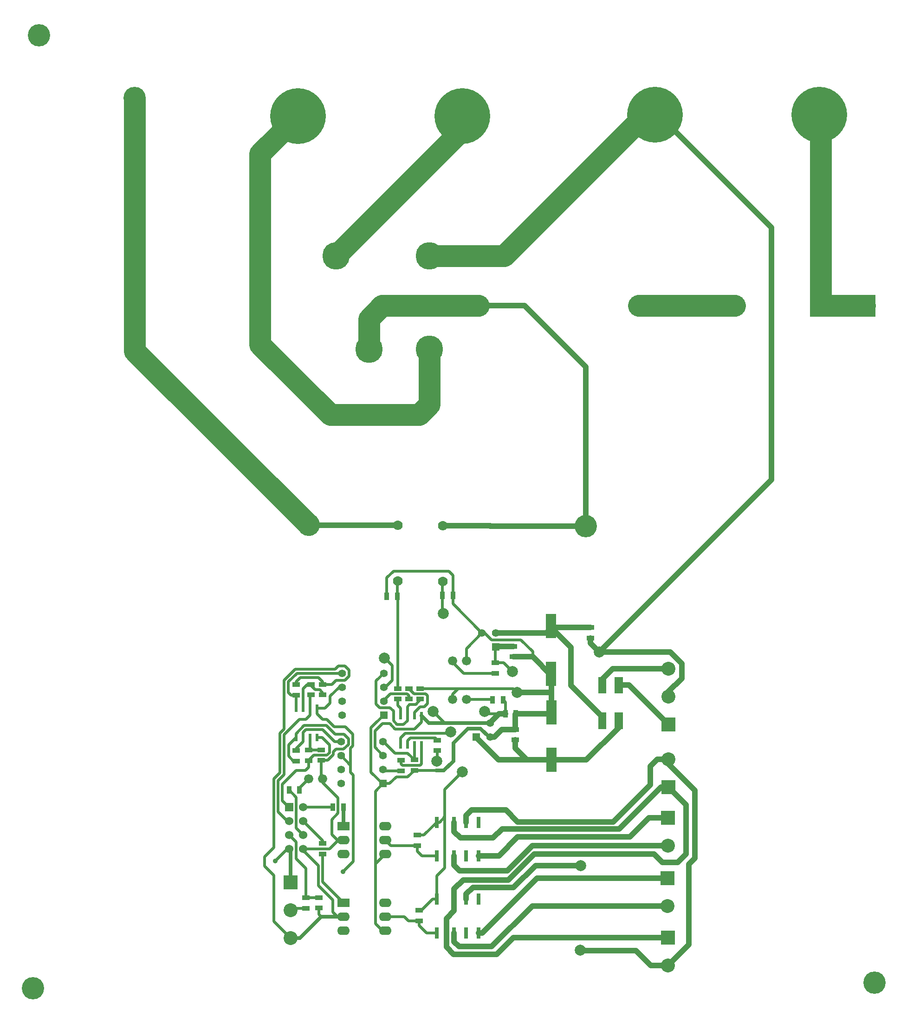
<source format=gbl>
G04 (created by PCBNEW (2013-mar-13)-testing) date Tue 16 Apr 2013 12:09:55 PM ART*
%MOIN*%
G04 Gerber Fmt 3.4, Leading zero omitted, Abs format*
%FSLAX34Y34*%
G01*
G70*
G90*
G04 APERTURE LIST*
%ADD10C,2.3622e-06*%
%ADD11C,0.1181*%
%ADD12C,0.16*%
%ADD13R,0.055X0.055*%
%ADD14C,0.055*%
%ADD15R,0.0236X0.0551*%
%ADD16R,0.055X0.035*%
%ADD17R,0.035X0.055*%
%ADD18R,0.0314X0.081*%
%ADD19C,0.07*%
%ADD20R,0.09X0.062*%
%ADD21O,0.09X0.062*%
%ADD22C,0.19685*%
%ADD23R,0.1X0.1*%
%ADD24C,0.1*%
%ADD25R,0.0748X0.1732*%
%ADD26R,0.06X0.06*%
%ADD27C,0.06*%
%ADD28C,0.4*%
%ADD29C,0.066*%
%ADD30C,0.035*%
%ADD31C,0.0787*%
%ADD32C,0.0197*%
%ADD33C,0.0276*%
%ADD34C,0.0394*%
%ADD35C,0.15748*%
G04 APERTURE END LIST*
G54D10*
G54D11*
X72550Y-56400D03*
X84050Y-56400D03*
G54D12*
X40550Y-105400D03*
X101000Y-105000D03*
G54D13*
X73812Y-80887D03*
G54D14*
X73812Y-79887D03*
X72812Y-79887D03*
G54D13*
X72387Y-87362D03*
G54D14*
X73387Y-87362D03*
X73387Y-86362D03*
G54D15*
X68450Y-85825D03*
X68450Y-87925D03*
X67950Y-85825D03*
X67450Y-85825D03*
X66950Y-85825D03*
X67950Y-87925D03*
X67450Y-87925D03*
X66950Y-87925D03*
X60950Y-85300D03*
X60950Y-87400D03*
X60450Y-85300D03*
X59950Y-85300D03*
X59450Y-85300D03*
X60450Y-87400D03*
X59950Y-87400D03*
X59450Y-87400D03*
G54D16*
X80587Y-79487D03*
X80587Y-80237D03*
G54D17*
X66725Y-77250D03*
X65975Y-77250D03*
G54D16*
X60175Y-98900D03*
X60175Y-99650D03*
X61100Y-99625D03*
X61100Y-98875D03*
X67950Y-89750D03*
X67950Y-89000D03*
X68375Y-83875D03*
X68375Y-84625D03*
X59450Y-89075D03*
X59450Y-88325D03*
G54D17*
X74325Y-84675D03*
X73575Y-84675D03*
X58950Y-91150D03*
X59700Y-91150D03*
G54D16*
X59450Y-83600D03*
X59450Y-84350D03*
G54D17*
X69975Y-77200D03*
X70725Y-77200D03*
G54D16*
X75062Y-80837D03*
X75062Y-81587D03*
X73750Y-82025D03*
X73750Y-82775D03*
G54D17*
X74487Y-85687D03*
X75237Y-85687D03*
G54D16*
X67550Y-83875D03*
X67550Y-84625D03*
X67000Y-89025D03*
X67000Y-89775D03*
X60350Y-88300D03*
X60350Y-89050D03*
X61250Y-89025D03*
X61250Y-88275D03*
X60525Y-83575D03*
X60525Y-84325D03*
G54D17*
X62850Y-92375D03*
X62100Y-92375D03*
G54D16*
X68150Y-95150D03*
X68150Y-94400D03*
X61375Y-83575D03*
X61375Y-84325D03*
X61375Y-95750D03*
X61375Y-95000D03*
G54D18*
X69550Y-93467D03*
X70810Y-93467D03*
X71675Y-93467D03*
X72550Y-93467D03*
X72550Y-95883D03*
X71675Y-95883D03*
X70810Y-95883D03*
X69550Y-95883D03*
X69550Y-98992D03*
X70810Y-98992D03*
X71675Y-98992D03*
X72550Y-98992D03*
X72550Y-101408D03*
X71675Y-101408D03*
X70810Y-101408D03*
X69550Y-101408D03*
G54D19*
X70000Y-72200D03*
X70000Y-76200D03*
X66750Y-72150D03*
X66750Y-76150D03*
G54D10*
G36*
X86119Y-57187D02*
X86119Y-55612D01*
X87694Y-55612D01*
X87694Y-57187D01*
X86119Y-57187D01*
X86119Y-57187D01*
G37*
G36*
X99505Y-57187D02*
X99505Y-55612D01*
X101080Y-55612D01*
X101080Y-57187D01*
X99505Y-57187D01*
X99505Y-57187D01*
G37*
G36*
X89269Y-57187D02*
X89269Y-55612D01*
X90844Y-55612D01*
X90844Y-57187D01*
X89269Y-57187D01*
X89269Y-57187D01*
G37*
G36*
X96355Y-57187D02*
X96355Y-55612D01*
X97930Y-55612D01*
X97930Y-57187D01*
X96355Y-57187D01*
X96355Y-57187D01*
G37*
G54D20*
X62875Y-99250D03*
G54D21*
X62875Y-100250D03*
X62875Y-101250D03*
X65875Y-101250D03*
X65875Y-100250D03*
X65875Y-99250D03*
G54D20*
X62850Y-93750D03*
G54D21*
X62850Y-94750D03*
X62850Y-95750D03*
X65850Y-95750D03*
X65850Y-94750D03*
X65850Y-93750D03*
G54D22*
X62331Y-52825D03*
X69024Y-52825D03*
X69024Y-59518D03*
X64693Y-59518D03*
G54D10*
G36*
X81742Y-83040D02*
X81742Y-84221D01*
X81151Y-84221D01*
X81151Y-83040D01*
X81742Y-83040D01*
X81742Y-83040D01*
G37*
G36*
X82923Y-83040D02*
X82923Y-84221D01*
X82332Y-84221D01*
X82332Y-83040D01*
X82923Y-83040D01*
X82923Y-83040D01*
G37*
G36*
X82923Y-85599D02*
X82923Y-86781D01*
X82332Y-86781D01*
X82332Y-85599D01*
X82923Y-85599D01*
X82923Y-85599D01*
G37*
G36*
X81742Y-85599D02*
X81742Y-86781D01*
X81151Y-86781D01*
X81151Y-85599D01*
X81742Y-85599D01*
X81742Y-85599D01*
G37*
G54D23*
X86212Y-86462D03*
G54D24*
X86212Y-84462D03*
X86212Y-82462D03*
G54D23*
X59075Y-97800D03*
G54D24*
X59075Y-99800D03*
X59075Y-101800D03*
G54D23*
X86175Y-93150D03*
G54D24*
X86175Y-95150D03*
G54D23*
X86125Y-97475D03*
G54D24*
X86125Y-99475D03*
G54D23*
X86175Y-101750D03*
G54D24*
X86175Y-103750D03*
G54D12*
X60350Y-72125D03*
X80255Y-72205D03*
G54D25*
X77787Y-88994D03*
X77787Y-85569D03*
X77776Y-82808D03*
X77776Y-79383D03*
G54D16*
X75212Y-87562D03*
X75212Y-86812D03*
G54D13*
X65750Y-85775D03*
G54D14*
X65750Y-84775D03*
X65750Y-83775D03*
X65750Y-82775D03*
X62750Y-82775D03*
X62750Y-83775D03*
X62750Y-84775D03*
X62750Y-85775D03*
G54D13*
X65700Y-90700D03*
G54D14*
X65700Y-89700D03*
X65700Y-88700D03*
X65700Y-87700D03*
X62700Y-87700D03*
X62700Y-88700D03*
X62700Y-89700D03*
X62700Y-90700D03*
G54D26*
X58975Y-92375D03*
G54D27*
X59975Y-92375D03*
X58975Y-93375D03*
X59975Y-93375D03*
X58975Y-94375D03*
X59975Y-94375D03*
X58975Y-95375D03*
X59975Y-95375D03*
G54D28*
X59600Y-42775D03*
X71400Y-42775D03*
X97025Y-42700D03*
X85225Y-42700D03*
G54D12*
X47875Y-41475D03*
G54D16*
X68300Y-100550D03*
X68300Y-99800D03*
G54D23*
X86200Y-90950D03*
G54D24*
X86200Y-88950D03*
G54D16*
X69600Y-88325D03*
X69600Y-87575D03*
X66750Y-83875D03*
X66750Y-84625D03*
G54D12*
X41000Y-37000D03*
G54D29*
X71690Y-84645D03*
X70690Y-84645D03*
X71685Y-81895D03*
X70685Y-81895D03*
X60370Y-90350D03*
X61370Y-90350D03*
G54D30*
X62835Y-97005D03*
X57975Y-96240D03*
G54D31*
X73000Y-85525D03*
X71400Y-89850D03*
X69300Y-85525D03*
X65800Y-81700D03*
X70550Y-87000D03*
X75000Y-82650D03*
X79875Y-102650D03*
X79900Y-96575D03*
X75337Y-84162D03*
X81237Y-81262D03*
X70025Y-78475D03*
X69550Y-89075D03*
G54D32*
X58975Y-95375D02*
X58840Y-95375D01*
X63375Y-89890D02*
X63375Y-89375D01*
X63555Y-90070D02*
X63375Y-89890D01*
X63555Y-96285D02*
X63555Y-90070D01*
X62835Y-97005D02*
X63555Y-96285D01*
X58840Y-95375D02*
X57975Y-96240D01*
X62600Y-86625D02*
X62200Y-86625D01*
X60950Y-85700D02*
X60950Y-85300D01*
X61350Y-86100D02*
X60950Y-85700D01*
X61675Y-86100D02*
X61350Y-86100D01*
X62200Y-86625D02*
X61675Y-86100D01*
X63375Y-89375D02*
X63375Y-88145D01*
X63375Y-88145D02*
X63522Y-87998D01*
X63522Y-87998D02*
X63522Y-87147D01*
X63522Y-87147D02*
X63000Y-86625D01*
X63000Y-86625D02*
X62600Y-86625D01*
X62600Y-86625D02*
X62550Y-86625D01*
X63375Y-89375D02*
X62700Y-88700D01*
X62750Y-83775D02*
X62550Y-83775D01*
X62550Y-83775D02*
X61902Y-84422D01*
X61902Y-84422D02*
X61902Y-84922D01*
X61902Y-84922D02*
X61525Y-85300D01*
X61525Y-85300D02*
X60950Y-85300D01*
G54D33*
X59075Y-97800D02*
X59075Y-95475D01*
X59075Y-95475D02*
X58975Y-95375D01*
G54D32*
X70125Y-93100D02*
X70125Y-91125D01*
X73162Y-85687D02*
X74037Y-85687D01*
X73000Y-85525D02*
X73162Y-85687D01*
X70125Y-91125D02*
X71400Y-89850D01*
X65750Y-83775D02*
X65850Y-83775D01*
X70137Y-86362D02*
X70662Y-86362D01*
X69300Y-85525D02*
X70137Y-86362D01*
X65825Y-81700D02*
X65800Y-81700D01*
X66350Y-82225D02*
X65825Y-81700D01*
X66350Y-83275D02*
X66350Y-82225D01*
X65850Y-83775D02*
X66350Y-83275D01*
X69550Y-93467D02*
X69758Y-93467D01*
X70075Y-93125D02*
X70100Y-93125D01*
X70100Y-93125D02*
X70125Y-93125D01*
X70100Y-93100D02*
X70075Y-93125D01*
X70125Y-93100D02*
X70100Y-93100D01*
X69758Y-93467D02*
X70125Y-93100D01*
X69550Y-98992D02*
X69550Y-97325D01*
X69550Y-97325D02*
X70125Y-96750D01*
X70125Y-96750D02*
X70125Y-93125D01*
X68150Y-94400D02*
X68617Y-94400D01*
X68617Y-94400D02*
X69550Y-93467D01*
X68300Y-99800D02*
X68450Y-99800D01*
X69258Y-98992D02*
X69550Y-98992D01*
X68450Y-99800D02*
X69258Y-98992D01*
X65700Y-88700D02*
X65700Y-88675D01*
X68450Y-86275D02*
X68450Y-85825D01*
X67950Y-86775D02*
X68450Y-86275D01*
X66575Y-86775D02*
X67950Y-86775D01*
X66200Y-86400D02*
X66575Y-86775D01*
X65650Y-86400D02*
X66200Y-86400D01*
X65125Y-86925D02*
X65650Y-86400D01*
X65125Y-88100D02*
X65125Y-86925D01*
X65700Y-88675D02*
X65125Y-88100D01*
X74487Y-85687D02*
X74487Y-84837D01*
X74487Y-84837D02*
X74325Y-84675D01*
G54D33*
X73387Y-86362D02*
X72075Y-86362D01*
X72075Y-86362D02*
X71625Y-86362D01*
X68987Y-86362D02*
X68450Y-85825D01*
X70662Y-86362D02*
X68987Y-86362D01*
X71625Y-86362D02*
X70662Y-86362D01*
G54D34*
X74487Y-85687D02*
X74037Y-85687D01*
X74037Y-85687D02*
X73362Y-86362D01*
G54D32*
X73750Y-82025D02*
X74375Y-82025D01*
X66950Y-87425D02*
X66950Y-87925D01*
X67302Y-87072D02*
X66950Y-87425D01*
X70477Y-87072D02*
X67302Y-87072D01*
X70550Y-87000D02*
X70477Y-87072D01*
X74375Y-82025D02*
X75000Y-82650D01*
X73750Y-82025D02*
X73750Y-80950D01*
X73750Y-80950D02*
X73812Y-80887D01*
G54D34*
X75062Y-80837D02*
X73862Y-80837D01*
X73862Y-80837D02*
X73812Y-80887D01*
X71675Y-98992D02*
X71675Y-98625D01*
X84925Y-103750D02*
X86175Y-103750D01*
X83875Y-102700D02*
X84925Y-103750D01*
X79925Y-102700D02*
X83875Y-102700D01*
X79875Y-102650D02*
X79925Y-102700D01*
X76650Y-96575D02*
X79900Y-96575D01*
X75075Y-98150D02*
X76650Y-96575D01*
X72150Y-98150D02*
X75075Y-98150D01*
X71675Y-98625D02*
X72150Y-98150D01*
X86200Y-88950D02*
X86200Y-89275D01*
X87675Y-102250D02*
X86175Y-103750D01*
X87675Y-96475D02*
X87675Y-102250D01*
X88100Y-96050D02*
X87675Y-96475D01*
X88100Y-91175D02*
X88100Y-96050D01*
X86200Y-89275D02*
X88100Y-91175D01*
X71675Y-93467D02*
X71675Y-92975D01*
X85400Y-88950D02*
X86200Y-88950D01*
X84900Y-89450D02*
X85400Y-88950D01*
X84900Y-90800D02*
X84900Y-89450D01*
X82244Y-93455D02*
X84900Y-90800D01*
X75380Y-93455D02*
X82244Y-93455D01*
X74525Y-92600D02*
X75380Y-93455D01*
X72050Y-92600D02*
X74525Y-92600D01*
X71675Y-92975D02*
X72050Y-92600D01*
X70810Y-98992D02*
X70810Y-98265D01*
X87475Y-92225D02*
X86200Y-90950D01*
X87475Y-95750D02*
X87475Y-92225D01*
X86875Y-96350D02*
X87475Y-95750D01*
X85750Y-96350D02*
X86875Y-96350D01*
X85150Y-95750D02*
X85750Y-96350D01*
X76575Y-95750D02*
X85150Y-95750D01*
X74700Y-97625D02*
X76575Y-95750D01*
X71450Y-97625D02*
X74700Y-97625D01*
X70810Y-98265D02*
X71450Y-97625D01*
X86200Y-90950D02*
X85675Y-90950D01*
X85675Y-90950D02*
X82675Y-93950D01*
X82675Y-93950D02*
X74250Y-93950D01*
X74250Y-93950D02*
X73600Y-94600D01*
X73600Y-94600D02*
X71250Y-94600D01*
X71250Y-94600D02*
X70810Y-94160D01*
X70810Y-94160D02*
X70810Y-93467D01*
X86175Y-101750D02*
X75050Y-101750D01*
X70810Y-99815D02*
X70810Y-98992D01*
X70250Y-100375D02*
X70810Y-99815D01*
X70250Y-102425D02*
X70250Y-100375D01*
X70775Y-102950D02*
X70250Y-102425D01*
X73850Y-102950D02*
X70775Y-102950D01*
X75050Y-101750D02*
X73850Y-102950D01*
X86125Y-97475D02*
X76775Y-97475D01*
X72842Y-101408D02*
X72550Y-101408D01*
X76775Y-97475D02*
X72842Y-101408D01*
X70810Y-101408D02*
X70810Y-102060D01*
X76425Y-99475D02*
X86125Y-99475D01*
X73500Y-102400D02*
X76425Y-99475D01*
X71150Y-102400D02*
X73500Y-102400D01*
X70810Y-102060D02*
X71150Y-102400D01*
X82628Y-86190D02*
X82628Y-86671D01*
X80305Y-88994D02*
X77787Y-88994D01*
X82628Y-86671D02*
X80305Y-88994D01*
X76112Y-88994D02*
X73994Y-88994D01*
X73994Y-88994D02*
X72362Y-87362D01*
X75212Y-87562D02*
X75212Y-88162D01*
X76044Y-88994D02*
X76112Y-88994D01*
X76112Y-88994D02*
X77787Y-88994D01*
X75212Y-88162D02*
X76044Y-88994D01*
X80587Y-79487D02*
X77844Y-79487D01*
X77844Y-79487D02*
X77812Y-79519D01*
X73812Y-79887D02*
X77444Y-79887D01*
X77444Y-79887D02*
X77812Y-79519D01*
X81446Y-86190D02*
X81446Y-85871D01*
X79212Y-80919D02*
X77812Y-79519D01*
X79212Y-83637D02*
X79212Y-80919D01*
X81446Y-85871D02*
X79212Y-83637D01*
X82628Y-83631D02*
X83381Y-83631D01*
X83381Y-83631D02*
X86212Y-86462D01*
X81446Y-83631D02*
X81446Y-83228D01*
X82212Y-82462D02*
X86212Y-82462D01*
X81446Y-83228D02*
X82212Y-82462D01*
G54D35*
X97143Y-56400D02*
X97143Y-42818D01*
X97143Y-42818D02*
X97025Y-42700D01*
X97143Y-56400D02*
X100292Y-56400D01*
G54D32*
X61375Y-95000D02*
X61375Y-94775D01*
X61375Y-94775D02*
X59975Y-93375D01*
X62100Y-92375D02*
X59975Y-92375D01*
X59975Y-94375D02*
X59950Y-94375D01*
X59475Y-91675D02*
X58950Y-91150D01*
X59475Y-93900D02*
X59475Y-91675D01*
X59950Y-94375D02*
X59475Y-93900D01*
X60175Y-98900D02*
X60175Y-96800D01*
X59475Y-94875D02*
X58975Y-94375D01*
X59475Y-96100D02*
X59475Y-94875D01*
X60175Y-96800D02*
X59475Y-96100D01*
X60175Y-98900D02*
X61075Y-98900D01*
X61075Y-98900D02*
X61100Y-98875D01*
X58975Y-93375D02*
X58825Y-93375D01*
X60450Y-85800D02*
X60450Y-85300D01*
X60150Y-86100D02*
X60450Y-85800D01*
X59700Y-86100D02*
X60150Y-86100D01*
X58600Y-87200D02*
X59700Y-86100D01*
X58600Y-90050D02*
X58600Y-87200D01*
X58175Y-90475D02*
X58600Y-90050D01*
X58175Y-92725D02*
X58175Y-90475D01*
X58825Y-93375D02*
X58175Y-92725D01*
X60450Y-85300D02*
X60450Y-84400D01*
X60450Y-84400D02*
X60525Y-84325D01*
X58975Y-92375D02*
X58925Y-92375D01*
X60350Y-89525D02*
X60350Y-89050D01*
X60125Y-89750D02*
X60350Y-89525D01*
X59475Y-89750D02*
X60125Y-89750D01*
X58475Y-90750D02*
X59475Y-89750D01*
X58475Y-91925D02*
X58475Y-90750D01*
X58925Y-92375D02*
X58475Y-91925D01*
X60350Y-89050D02*
X60350Y-89025D01*
X61325Y-87400D02*
X60950Y-87400D01*
X61850Y-87925D02*
X61325Y-87400D01*
X61850Y-88475D02*
X61850Y-87925D01*
X61675Y-88650D02*
X61850Y-88475D01*
X60725Y-88650D02*
X61675Y-88650D01*
X60350Y-89025D02*
X60725Y-88650D01*
G54D35*
X69024Y-59518D02*
X69024Y-63500D01*
X56875Y-45500D02*
X59600Y-42775D01*
X56875Y-59175D02*
X56875Y-45500D01*
X61925Y-64225D02*
X56875Y-59175D01*
X68300Y-64225D02*
X61925Y-64225D01*
X69024Y-63500D02*
X68300Y-64225D01*
X71400Y-42775D02*
X71400Y-43757D01*
X71400Y-43757D02*
X62331Y-52825D01*
G54D34*
X86175Y-93150D02*
X84800Y-93150D01*
X74017Y-95883D02*
X72550Y-95883D01*
X75375Y-94525D02*
X74017Y-95883D01*
X83425Y-94525D02*
X75375Y-94525D01*
X84800Y-93150D02*
X83425Y-94525D01*
X70810Y-95883D02*
X70810Y-96560D01*
X76425Y-95150D02*
X86175Y-95150D01*
X74625Y-96950D02*
X76425Y-95150D01*
X71200Y-96950D02*
X74625Y-96950D01*
X70810Y-96560D02*
X71200Y-96950D01*
X66750Y-72150D02*
X60375Y-72150D01*
X60375Y-72150D02*
X60350Y-72125D01*
G54D35*
X47875Y-41475D02*
X47875Y-59650D01*
X47875Y-59650D02*
X60350Y-72125D01*
G54D34*
X72550Y-56400D02*
X75860Y-56400D01*
X80255Y-60795D02*
X80255Y-72205D01*
X75860Y-56400D02*
X80255Y-60795D01*
G54D35*
X72550Y-56400D02*
X65645Y-56400D01*
X64693Y-57351D02*
X64693Y-59518D01*
X65645Y-56400D02*
X64693Y-57351D01*
G54D34*
X80255Y-72205D02*
X73395Y-72205D01*
X70000Y-72200D02*
X73390Y-72200D01*
X73395Y-72205D02*
X73390Y-72200D01*
G54D32*
X61370Y-90350D02*
X61370Y-90625D01*
X62420Y-94750D02*
X62850Y-94750D01*
X62020Y-94350D02*
X62420Y-94750D01*
X62020Y-93270D02*
X62020Y-94350D01*
X62475Y-92815D02*
X62020Y-93270D01*
X62475Y-91730D02*
X62475Y-92815D01*
X61370Y-90625D02*
X62475Y-91730D01*
X61250Y-89025D02*
X61250Y-90230D01*
X61250Y-90230D02*
X61370Y-90350D01*
X61375Y-83575D02*
X62025Y-83575D01*
X57875Y-100600D02*
X59075Y-101800D01*
X57875Y-97300D02*
X57875Y-100600D01*
X57200Y-96625D02*
X57875Y-97300D01*
X57200Y-95950D02*
X57200Y-96625D01*
X57875Y-95275D02*
X57200Y-95950D01*
X57875Y-90354D02*
X57875Y-95275D01*
X58302Y-89926D02*
X57875Y-90354D01*
X58302Y-87072D02*
X58302Y-89926D01*
X58602Y-86772D02*
X58302Y-87072D01*
X58602Y-83276D02*
X58602Y-86772D01*
X59401Y-82477D02*
X58602Y-83276D01*
X62272Y-82477D02*
X59401Y-82477D01*
X62500Y-82250D02*
X62272Y-82477D01*
X62950Y-82250D02*
X62500Y-82250D01*
X63250Y-82550D02*
X62950Y-82250D01*
X63250Y-82975D02*
X63250Y-82550D01*
X62950Y-83275D02*
X63250Y-82975D01*
X62325Y-83275D02*
X62950Y-83275D01*
X62025Y-83575D02*
X62325Y-83275D01*
X61100Y-99625D02*
X61100Y-100075D01*
X61100Y-100075D02*
X61275Y-100250D01*
X61250Y-89025D02*
X61725Y-89025D01*
X60720Y-86527D02*
X60720Y-86525D01*
X61627Y-86527D02*
X60720Y-86527D01*
X62250Y-87150D02*
X61627Y-86527D01*
X62900Y-87150D02*
X62250Y-87150D01*
X63225Y-87475D02*
X62900Y-87150D01*
X63225Y-87875D02*
X63225Y-87475D01*
X62875Y-88225D02*
X63225Y-87875D01*
X62325Y-88225D02*
X62875Y-88225D01*
X62147Y-88402D02*
X62325Y-88225D01*
X62147Y-88602D02*
X62147Y-88402D01*
X61725Y-89025D02*
X62147Y-88602D01*
X59450Y-89075D02*
X59275Y-89075D01*
X58925Y-87925D02*
X59450Y-87400D01*
X58925Y-88725D02*
X58925Y-87925D01*
X59275Y-89075D02*
X58925Y-88725D01*
X59450Y-87400D02*
X59450Y-87104D01*
X60720Y-86525D02*
X60720Y-86525D01*
X60029Y-86525D02*
X60720Y-86525D01*
X59450Y-87104D02*
X60029Y-86525D01*
X61375Y-83575D02*
X61375Y-83400D01*
X59450Y-83400D02*
X59450Y-83600D01*
X59775Y-83075D02*
X59450Y-83400D01*
X61050Y-83075D02*
X59775Y-83075D01*
X61375Y-83400D02*
X61050Y-83075D01*
G54D33*
X59075Y-101800D02*
X59725Y-101800D01*
X59725Y-101800D02*
X61275Y-100250D01*
X61275Y-100250D02*
X62875Y-100250D01*
G54D32*
X59975Y-95375D02*
X59975Y-95475D01*
X62425Y-100250D02*
X62875Y-100250D01*
X62100Y-99925D02*
X62425Y-100250D01*
X62100Y-99050D02*
X62100Y-99925D01*
X61077Y-98027D02*
X62100Y-99050D01*
X61077Y-96577D02*
X61077Y-98027D01*
X59975Y-95475D02*
X61077Y-96577D01*
X59975Y-95375D02*
X61875Y-95375D01*
X61875Y-95375D02*
X62500Y-94750D01*
X62500Y-94750D02*
X62850Y-94750D01*
X72812Y-79887D02*
X72987Y-79887D01*
X76455Y-81225D02*
X76455Y-81587D01*
X75615Y-80385D02*
X76455Y-81225D01*
X73485Y-80385D02*
X75615Y-80385D01*
X72987Y-79887D02*
X73485Y-80385D01*
X71685Y-81895D02*
X71685Y-81015D01*
X71685Y-81015D02*
X72812Y-79887D01*
X70690Y-84645D02*
X70690Y-84285D01*
X70690Y-84285D02*
X71100Y-83875D01*
G54D34*
X85225Y-42700D02*
X85500Y-42700D01*
X93600Y-68900D02*
X81237Y-81262D01*
X93600Y-50800D02*
X93600Y-68900D01*
X85500Y-42700D02*
X93600Y-50800D01*
G54D32*
X70725Y-77200D02*
X70725Y-77800D01*
X70725Y-77800D02*
X72812Y-79887D01*
X65975Y-77250D02*
X65975Y-75925D01*
X70725Y-75750D02*
X70725Y-77200D01*
X70425Y-75450D02*
X70725Y-75750D01*
X66450Y-75450D02*
X70425Y-75450D01*
X65975Y-75925D02*
X66450Y-75450D01*
X65150Y-96550D02*
X65150Y-91250D01*
X65150Y-91250D02*
X65700Y-90700D01*
X65875Y-101250D02*
X65650Y-101250D01*
X65150Y-96450D02*
X65850Y-95750D01*
X65150Y-100750D02*
X65150Y-96550D01*
X65150Y-96550D02*
X65150Y-96450D01*
X65650Y-101250D02*
X65150Y-100750D01*
X71225Y-83875D02*
X75050Y-83875D01*
X75050Y-83875D02*
X75337Y-84162D01*
X71100Y-83875D02*
X71225Y-83875D01*
X68375Y-83875D02*
X71100Y-83875D01*
G54D33*
X73387Y-87362D02*
X73337Y-87362D01*
X70075Y-89750D02*
X69525Y-89750D01*
X70750Y-89075D02*
X70075Y-89750D01*
X70750Y-87775D02*
X70750Y-89075D01*
X71786Y-86738D02*
X70750Y-87775D01*
X72713Y-86738D02*
X71786Y-86738D01*
X73337Y-87362D02*
X72713Y-86738D01*
G54D35*
X69024Y-52825D02*
X74399Y-52825D01*
X84525Y-42700D02*
X85225Y-42700D01*
X74399Y-52825D02*
X84525Y-42700D01*
G54D32*
X65700Y-90700D02*
X65650Y-90700D01*
X65650Y-90700D02*
X64827Y-89877D01*
X64827Y-89877D02*
X64827Y-86697D01*
X65175Y-86350D02*
X65750Y-85775D01*
X64875Y-86650D02*
X65175Y-86350D01*
X64827Y-86697D02*
X64875Y-86650D01*
X67950Y-89750D02*
X69525Y-89750D01*
X65700Y-90700D02*
X66175Y-90700D01*
X66175Y-90700D02*
X66650Y-90225D01*
X66650Y-90225D02*
X67475Y-90225D01*
X67475Y-90225D02*
X67950Y-89750D01*
G54D34*
X80587Y-80237D02*
X80587Y-80612D01*
X80587Y-80612D02*
X81237Y-81262D01*
X86212Y-84462D02*
X86212Y-84087D01*
X83737Y-81262D02*
X81237Y-81262D01*
X86337Y-81262D02*
X83737Y-81262D01*
X87162Y-82087D02*
X86337Y-81262D01*
X87162Y-83137D02*
X87162Y-82087D01*
X86212Y-84087D02*
X87162Y-83137D01*
X75337Y-84162D02*
X77787Y-84162D01*
X77787Y-85569D02*
X77787Y-84162D01*
X77787Y-84162D02*
X77787Y-82969D01*
X77787Y-82969D02*
X77812Y-82944D01*
X75212Y-86812D02*
X74237Y-86812D01*
X73687Y-87362D02*
X73362Y-87362D01*
X74237Y-86812D02*
X73687Y-87362D01*
X75212Y-86812D02*
X75212Y-85712D01*
X75212Y-85712D02*
X75237Y-85687D01*
X75237Y-85687D02*
X77669Y-85687D01*
X77669Y-85687D02*
X77787Y-85569D01*
X75062Y-81587D02*
X76455Y-81587D01*
X76455Y-81587D02*
X77812Y-82944D01*
G54D32*
X71690Y-84645D02*
X73545Y-84645D01*
X73545Y-84645D02*
X73575Y-84675D01*
X60175Y-99650D02*
X59225Y-99650D01*
X59225Y-99650D02*
X59075Y-99800D01*
X66750Y-83875D02*
X66750Y-77275D01*
X66750Y-77275D02*
X66725Y-77250D01*
X66725Y-77250D02*
X66725Y-76175D01*
X66725Y-76175D02*
X66750Y-76150D01*
X69600Y-88325D02*
X69600Y-89050D01*
X69975Y-78425D02*
X69975Y-77200D01*
X70025Y-78475D02*
X69975Y-78425D01*
X69575Y-89075D02*
X69550Y-89075D01*
X69600Y-89050D02*
X69575Y-89075D01*
X69975Y-77200D02*
X69975Y-76225D01*
X69975Y-76225D02*
X70000Y-76200D01*
X68150Y-95150D02*
X66250Y-95150D01*
X66250Y-95150D02*
X65850Y-94750D01*
X69550Y-95883D02*
X68483Y-95883D01*
X68150Y-95550D02*
X68150Y-95150D01*
X68483Y-95883D02*
X68150Y-95550D01*
X60525Y-83575D02*
X60275Y-83575D01*
X59950Y-83900D02*
X59950Y-85300D01*
X60275Y-83575D02*
X59950Y-83900D01*
X60525Y-83575D02*
X60525Y-83650D01*
X61375Y-84175D02*
X61375Y-84325D01*
X61150Y-83950D02*
X61375Y-84175D01*
X60825Y-83950D02*
X61150Y-83950D01*
X60525Y-83650D02*
X60825Y-83950D01*
X61375Y-95750D02*
X61375Y-97750D01*
X61375Y-97750D02*
X62875Y-99250D01*
X59700Y-91150D02*
X59700Y-91020D01*
X59700Y-91020D02*
X60370Y-90350D01*
X60350Y-88300D02*
X61225Y-88300D01*
X61225Y-88300D02*
X61250Y-88275D01*
X60450Y-87400D02*
X60450Y-88200D01*
X60450Y-88200D02*
X60350Y-88300D01*
X67450Y-87925D02*
X67450Y-87625D01*
X69450Y-87425D02*
X69600Y-87575D01*
X67650Y-87425D02*
X69450Y-87425D01*
X67450Y-87625D02*
X67650Y-87425D01*
X66750Y-84625D02*
X66750Y-85075D01*
X66950Y-85275D02*
X66950Y-85825D01*
X66750Y-85075D02*
X66950Y-85275D01*
G54D33*
X62850Y-92375D02*
X62850Y-93750D01*
G54D32*
X59950Y-87400D02*
X59950Y-87025D01*
X62225Y-87700D02*
X62700Y-87700D01*
X61350Y-86825D02*
X62225Y-87700D01*
X60150Y-86825D02*
X61350Y-86825D01*
X59950Y-87025D02*
X60150Y-86825D01*
X59950Y-87400D02*
X59950Y-87700D01*
X59450Y-88200D02*
X59450Y-88325D01*
X59950Y-87700D02*
X59450Y-88200D01*
X62750Y-82775D02*
X60052Y-82775D01*
X59100Y-84350D02*
X59450Y-84350D01*
X58900Y-84150D02*
X59100Y-84350D01*
X58900Y-83400D02*
X58900Y-84150D01*
X59525Y-82775D02*
X58900Y-83400D01*
X60052Y-82775D02*
X59525Y-82775D01*
X59450Y-84350D02*
X59450Y-84650D01*
X59450Y-84650D02*
X59450Y-85300D01*
G54D35*
X86907Y-56400D02*
X90950Y-56400D01*
X90950Y-56400D02*
X90056Y-56400D01*
X84050Y-56400D02*
X86907Y-56400D01*
G54D32*
X67550Y-84625D02*
X67550Y-84375D01*
X65750Y-84725D02*
X65750Y-84775D01*
X66225Y-84250D02*
X65750Y-84725D01*
X67425Y-84250D02*
X66225Y-84250D01*
X67550Y-84375D02*
X67425Y-84250D01*
X67000Y-89775D02*
X65775Y-89775D01*
X65775Y-89775D02*
X65700Y-89700D01*
X67950Y-85825D02*
X67950Y-85600D01*
X67925Y-84250D02*
X67550Y-83875D01*
X68775Y-84250D02*
X67925Y-84250D01*
X68900Y-84375D02*
X68775Y-84250D01*
X68900Y-84950D02*
X68900Y-84375D01*
X68675Y-85175D02*
X68900Y-84950D01*
X68375Y-85175D02*
X68675Y-85175D01*
X67950Y-85600D02*
X68375Y-85175D01*
X67000Y-89025D02*
X67000Y-89275D01*
X68450Y-89275D02*
X68450Y-87925D01*
X68350Y-89375D02*
X68450Y-89275D01*
X67100Y-89375D02*
X68350Y-89375D01*
X67000Y-89275D02*
X67100Y-89375D01*
X67450Y-85825D02*
X67450Y-86175D01*
X65200Y-83325D02*
X65750Y-82775D01*
X65200Y-85000D02*
X65200Y-83325D01*
X65450Y-85250D02*
X65200Y-85000D01*
X66200Y-85250D02*
X65450Y-85250D01*
X66450Y-85500D02*
X66200Y-85250D01*
X66450Y-86200D02*
X66450Y-85500D01*
X66700Y-86450D02*
X66450Y-86200D01*
X67175Y-86450D02*
X66700Y-86450D01*
X67450Y-86175D02*
X67175Y-86450D01*
X68375Y-84625D02*
X68375Y-84700D01*
X67450Y-85175D02*
X67450Y-85825D01*
X67600Y-85025D02*
X67450Y-85175D01*
X68050Y-85025D02*
X67600Y-85025D01*
X68375Y-84700D02*
X68050Y-85025D01*
X65700Y-87700D02*
X65725Y-87700D01*
X67475Y-88525D02*
X67950Y-89000D01*
X66550Y-88525D02*
X67475Y-88525D01*
X65725Y-87700D02*
X66550Y-88525D01*
X67950Y-89000D02*
X67950Y-87925D01*
X70685Y-81895D02*
X70685Y-81970D01*
X71490Y-82775D02*
X73750Y-82775D01*
X70685Y-81970D02*
X71490Y-82775D01*
X68300Y-100550D02*
X68300Y-100875D01*
X68833Y-101408D02*
X69550Y-101408D01*
X68300Y-100875D02*
X68833Y-101408D01*
X65875Y-100250D02*
X67225Y-100250D01*
X67525Y-100550D02*
X68300Y-100550D01*
X67225Y-100250D02*
X67525Y-100550D01*
M02*

</source>
